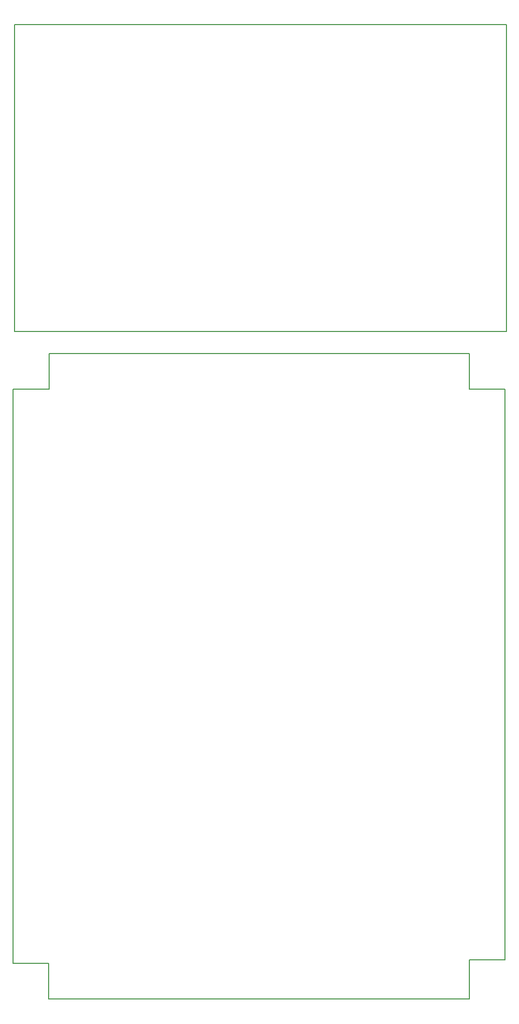
<source format=gbr>
G04 #@! TF.FileFunction,Profile,NP*
%FSLAX46Y46*%
G04 Gerber Fmt 4.6, Leading zero omitted, Abs format (unit mm)*
G04 Created by KiCad (PCBNEW 4.0.7) date 05/06/18 18:03:06*
%MOMM*%
%LPD*%
G01*
G04 APERTURE LIST*
%ADD10C,0.100000*%
%ADD11C,0.150000*%
G04 APERTURE END LIST*
D10*
D11*
X57975500Y-104584500D02*
X57975500Y-52768500D01*
X141033500Y-52768500D02*
X141033500Y-104584500D01*
X57721500Y-211264500D02*
X57785000Y-114300000D01*
X140843000Y-114300000D02*
X140843000Y-210693000D01*
X134810500Y-108267500D02*
X63817500Y-108267500D01*
X134810500Y-217297000D02*
X63754000Y-217297000D01*
X63754000Y-211264500D02*
X57721500Y-211264500D01*
X63754000Y-217297000D02*
X63754000Y-211264500D01*
X134810500Y-210693000D02*
X134810500Y-217297000D01*
X140843000Y-210693000D02*
X134810500Y-210693000D01*
X134810500Y-114300000D02*
X140843000Y-114300000D01*
X134810500Y-108267500D02*
X134810500Y-114300000D01*
X63817500Y-114300000D02*
X63817500Y-108267500D01*
X57785000Y-114300000D02*
X63817500Y-114300000D01*
X57975500Y-104584500D02*
X141033500Y-104584500D01*
X57975500Y-52768500D02*
X141033500Y-52768500D01*
M02*

</source>
